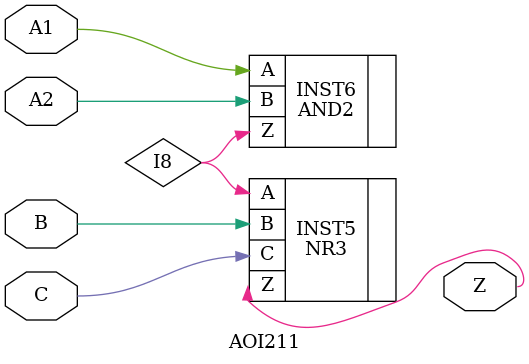
<source format=v>
`timescale 1 ns / 100 ps

/* Created by DB2VERILOG Version 1.2.0.2 on Fri Aug  5 11:12:46 1994 */
/* module compiled from "lsl2db 4.0.3" run */

module AOI211 (A1, A2, B, C, Z);
input  A1, A2, B, C;
output Z;
NR3 INST5 (.A(I8), .B(B), .C(C), .Z(Z));
AND2 INST6 (.A(A1), .B(A2), .Z(I8));

endmodule


</source>
